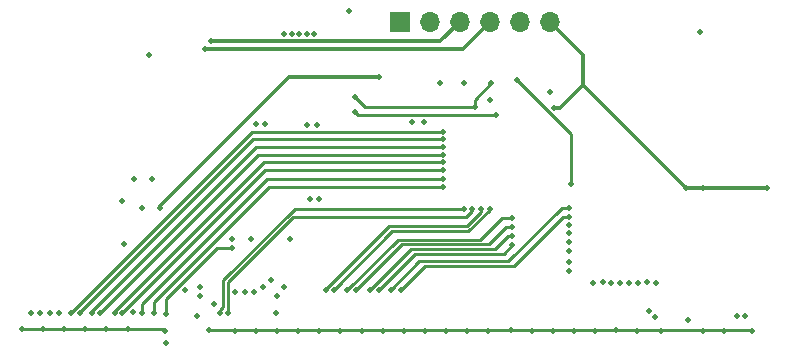
<source format=gbr>
%TF.GenerationSoftware,KiCad,Pcbnew,(6.0.1)*%
%TF.CreationDate,2022-10-22T09:43:17+02:00*%
%TF.ProjectId,so-dimm-esp32-cm,736f2d64-696d-46d2-9d65-737033322d63,rev?*%
%TF.SameCoordinates,Original*%
%TF.FileFunction,Copper,L2,Inr*%
%TF.FilePolarity,Positive*%
%FSLAX46Y46*%
G04 Gerber Fmt 4.6, Leading zero omitted, Abs format (unit mm)*
G04 Created by KiCad (PCBNEW (6.0.1)) date 2022-10-22 09:43:17*
%MOMM*%
%LPD*%
G01*
G04 APERTURE LIST*
%TA.AperFunction,ComponentPad*%
%ADD10R,1.700000X1.700000*%
%TD*%
%TA.AperFunction,ComponentPad*%
%ADD11O,1.700000X1.700000*%
%TD*%
%TA.AperFunction,ViaPad*%
%ADD12C,0.500000*%
%TD*%
%TA.AperFunction,Conductor*%
%ADD13C,0.300000*%
%TD*%
%TA.AperFunction,Conductor*%
%ADD14C,0.250000*%
%TD*%
G04 APERTURE END LIST*
D10*
%TO.N,/ESP32-CM/ESP_EN{slash}CM_RUN*%
%TO.C,J2*%
X149606000Y-78994000D03*
D11*
%TO.N,/ESP32-CM/IO0*%
X152146000Y-78994000D03*
%TO.N,/ESP32-CM/RXD0*%
X154686000Y-78994000D03*
%TO.N,/ESP32-CM/TXD0*%
X157226000Y-78994000D03*
%TO.N,GND*%
X159766000Y-78994000D03*
%TO.N,+3V3*%
X162306000Y-78994000D03*
%TD*%
D12*
%TO.N,+3V3*%
X127762000Y-94742000D03*
X178816000Y-103886000D03*
X178181000Y-103886000D03*
X128397000Y-81788000D03*
X129794000Y-106172000D03*
X175260000Y-93091000D03*
X180721000Y-93091000D03*
X162647829Y-86341073D03*
X173863000Y-93091000D03*
X132461000Y-103886000D03*
%TO.N,GND*%
X142748000Y-105156000D03*
X169672000Y-105156000D03*
X140462000Y-80010000D03*
X126096092Y-94193160D03*
X122936000Y-105029000D03*
X179451000Y-105156000D03*
X144526000Y-105156000D03*
X177038000Y-105156000D03*
X121158000Y-105029000D03*
X129767679Y-105169968D03*
X135636000Y-105156000D03*
X153543000Y-105156000D03*
X140970000Y-105156000D03*
X146431000Y-105156000D03*
X139192000Y-105156000D03*
X164338000Y-105156000D03*
X139827000Y-80010000D03*
X126619000Y-105029000D03*
X157099000Y-105156000D03*
X133481181Y-105135763D03*
X148209000Y-105156000D03*
X137414000Y-105156000D03*
X160782000Y-105156000D03*
X155321000Y-105156000D03*
X149987000Y-105156000D03*
X141732000Y-80010000D03*
X162560000Y-105156000D03*
X119380000Y-105029000D03*
X171704000Y-105156000D03*
X166116000Y-105156000D03*
X175260000Y-105156000D03*
X117602000Y-105029000D03*
X141097000Y-80010000D03*
X167907617Y-105127499D03*
X151765000Y-105156000D03*
X124714000Y-105029000D03*
X142367000Y-80010000D03*
X126238000Y-97790000D03*
X159004000Y-105127499D03*
%TO.N,/~{E1_INT}*%
X157353000Y-84201000D03*
X145796000Y-85344000D03*
X155956000Y-86233000D03*
%TO.N,/SCL*%
X120777000Y-103632000D03*
X142621000Y-87757000D03*
%TO.N,/SDA*%
X141732000Y-87757000D03*
X120015000Y-103632000D03*
X157209500Y-85625925D03*
X162369000Y-84963000D03*
%TO.N,/~{E2_INT}*%
X159512000Y-83947000D03*
X157734000Y-86868000D03*
X145796000Y-86614000D03*
X164084000Y-92710000D03*
%TO.N,E2_IO0_0*%
X148844000Y-101726433D03*
X163957000Y-94742000D03*
%TO.N,E2_IO0_1*%
X163957000Y-95504000D03*
X149733000Y-101726433D03*
%TO.N,E2_IO0_2*%
X133858000Y-102870000D03*
X163957161Y-96251538D03*
%TO.N,E2_IO0_3*%
X163949923Y-96901000D03*
X135636000Y-101854000D03*
%TO.N,E2_IO0_4*%
X163957000Y-97663000D03*
X136525000Y-101854000D03*
%TO.N,E2_IO0_5*%
X163957000Y-98425000D03*
X137287000Y-101854000D03*
%TO.N,E2_IO0_6*%
X139203602Y-102243702D03*
X163957000Y-99314000D03*
%TO.N,E2_IO0_7*%
X139159856Y-103632000D03*
X163957000Y-100076000D03*
%TO.N,E2_IO1_0*%
X171323000Y-101092000D03*
%TO.N,E2_IO1_1*%
X170508188Y-101038056D03*
%TO.N,E2_IO1_2*%
X169799000Y-101092000D03*
%TO.N,E2_IO1_3*%
X169037000Y-101092000D03*
%TO.N,E2_IO1_4*%
X168275000Y-101092000D03*
%TO.N,E2_IO1_5*%
X167511269Y-101092000D03*
%TO.N,E2_IO1_6*%
X166782447Y-101079066D03*
%TO.N,E2_IO1_7*%
X165989000Y-101090812D03*
%TO.N,E1_IO0_0*%
X121778497Y-103632000D03*
X153289036Y-88319488D03*
%TO.N,/ESP32-CM/SDA0*%
X155067000Y-84201000D03*
X118364000Y-103632000D03*
X137414000Y-87630000D03*
X151638000Y-87503000D03*
%TO.N,E1_IO0_1*%
X122555000Y-103632000D03*
X153288615Y-88968990D03*
%TO.N,E1_IO0_2*%
X153288615Y-89618493D03*
X123556497Y-103632000D03*
%TO.N,E1_IO0_3*%
X153288606Y-90267995D03*
X124206000Y-103632000D03*
%TO.N,/ESP32-CM/ESP_EN{slash}CM_RUN*%
X175006000Y-79883000D03*
X173990000Y-104267000D03*
X129302500Y-94742000D03*
X147828000Y-83693000D03*
%TO.N,/ESP32-CM/RXD0*%
X133609198Y-80630518D03*
X132715000Y-101473000D03*
%TO.N,/ESP32-CM/TXD0*%
X132715000Y-102235000D03*
X133084698Y-81280000D03*
%TO.N,E1_IO0_4*%
X125461497Y-103632000D03*
X153289000Y-90917497D03*
%TO.N,E1_IO0_5*%
X153289000Y-91567000D03*
X126111000Y-103632000D03*
%TO.N,E1_IO0_6*%
X153288574Y-92314498D03*
X127793085Y-103632000D03*
%TO.N,E1_IO0_7*%
X153289000Y-92964000D03*
X128778000Y-103632000D03*
%TO.N,E1_IO1_0*%
X145161000Y-101726433D03*
X159131000Y-95631000D03*
%TO.N,E1_IO1_1*%
X159131000Y-96393000D03*
X145923000Y-101726433D03*
%TO.N,E1_IO1_2*%
X159131000Y-97155000D03*
X147066000Y-101726433D03*
%TO.N,E1_IO1_3*%
X147828000Y-101726433D03*
X159131000Y-97917000D03*
%TO.N,E1_IO1_4*%
X144018000Y-101727000D03*
X157211497Y-94869000D03*
%TO.N,E1_IO1_5*%
X143368498Y-101726615D03*
X156464000Y-94869000D03*
%TO.N,E1_IO1_6*%
X155702000Y-94869000D03*
X135031990Y-103631812D03*
%TO.N,E1_IO1_7*%
X155006179Y-94823065D03*
X134382500Y-103635840D03*
%TO.N,/ESP32-CM/SCL0*%
X138176000Y-87630000D03*
X150622000Y-87503000D03*
X119126000Y-103632000D03*
X153035000Y-84201000D03*
%TO.N,/ESP32-CM/IO0*%
X145288000Y-78105000D03*
%TO.N,/ESP32-CM/USB_D-*%
X171207166Y-104024166D03*
X141987000Y-93980000D03*
%TO.N,/ESP32-CM/USB_D+*%
X170676834Y-103493834D03*
X142737000Y-93980000D03*
%TO.N,/ESP32-CM/V1SPI_CS*%
X139843500Y-101473000D03*
X140335000Y-97409000D03*
%TO.N,/ESP32-CM/V0SPI_CLK*%
X128651000Y-92329000D03*
X131445000Y-101727000D03*
%TO.N,/ESP32-CM/V0SPI_MOSI*%
X129794000Y-103744497D03*
X135382000Y-98171000D03*
%TO.N,/ESP32-CM/V0SPI_MISO*%
X126979775Y-103611776D03*
X127127000Y-92329000D03*
%TO.N,/ESP32-CM/GPIO15{slash}RTS*%
X138025846Y-101473000D03*
X135382000Y-97409000D03*
%TO.N,/ESP32-CM/GPIO16{slash}CTS*%
X137033000Y-97409000D03*
X138684000Y-100838000D03*
%TD*%
D13*
%TO.N,+3V3*%
X173863000Y-93091000D02*
X165163500Y-84391500D01*
X180721000Y-93091000D02*
X175260000Y-93091000D01*
X175260000Y-93091000D02*
X173863000Y-93091000D01*
X165163500Y-84391500D02*
X163213927Y-86341073D01*
X163213927Y-86341073D02*
X162647829Y-86341073D01*
X165163500Y-84391500D02*
X165163500Y-81851500D01*
X165163500Y-81851500D02*
X162306000Y-78994000D01*
D14*
%TO.N,GND*%
X133481181Y-105135763D02*
X179430763Y-105135763D01*
X129626711Y-105029000D02*
X129767679Y-105169968D01*
X179430763Y-105135763D02*
X179451000Y-105156000D01*
X117602000Y-105029000D02*
X129626711Y-105029000D01*
%TO.N,/~{E1_INT}*%
X155956000Y-85598000D02*
X155956000Y-86233000D01*
X146685000Y-86233000D02*
X145796000Y-85344000D01*
X157353000Y-84201000D02*
X155956000Y-85598000D01*
X155956000Y-86233000D02*
X146685000Y-86233000D01*
%TO.N,/~{E2_INT}*%
X159512000Y-83947000D02*
X164084000Y-88519000D01*
X146050000Y-86868000D02*
X145796000Y-86614000D01*
X164084000Y-88519000D02*
X164084000Y-92710000D01*
X157734000Y-86868000D02*
X146050000Y-86868000D01*
%TO.N,E2_IO0_0*%
X148844567Y-101726433D02*
X148844000Y-101726433D01*
X158768511Y-99295489D02*
X151275511Y-99295489D01*
X163322000Y-94742000D02*
X158768511Y-99295489D01*
X151275511Y-99295489D02*
X148844567Y-101726433D01*
X163957000Y-94742000D02*
X163322000Y-94742000D01*
%TO.N,E2_IO0_1*%
X163449000Y-95504000D02*
X159258000Y-99695000D01*
X159258000Y-99695000D02*
X151764433Y-99695000D01*
X151764433Y-99695000D02*
X149733000Y-101726433D01*
X163957000Y-95504000D02*
X163449000Y-95504000D01*
%TO.N,E1_IO0_0*%
X153289036Y-88319488D02*
X137091009Y-88319488D01*
X137091009Y-88319488D02*
X121778497Y-103632000D01*
%TO.N,E1_IO0_1*%
X153288615Y-88968990D02*
X137148004Y-88968990D01*
X137148004Y-88968990D02*
X122555000Y-103561994D01*
X122555000Y-103561994D02*
X122555000Y-103632000D01*
%TO.N,E1_IO0_2*%
X123571000Y-103632000D02*
X123556497Y-103632000D01*
X153288615Y-89618493D02*
X137477749Y-89618493D01*
X123571000Y-103525242D02*
X123571000Y-103632000D01*
X137477749Y-89618493D02*
X123571000Y-103525242D01*
%TO.N,E1_IO0_3*%
X137570005Y-90267995D02*
X124206000Y-103632000D01*
X153288606Y-90267995D02*
X137570005Y-90267995D01*
D13*
%TO.N,/ESP32-CM/ESP_EN{slash}CM_RUN*%
X140208000Y-83693000D02*
X129302500Y-94598500D01*
X147828000Y-83693000D02*
X140208000Y-83693000D01*
X129302500Y-94598500D02*
X129302500Y-94742000D01*
%TO.N,/ESP32-CM/RXD0*%
X154686000Y-78994000D02*
X153049482Y-80630518D01*
X153049482Y-80630518D02*
X133609198Y-80630518D01*
%TO.N,/ESP32-CM/TXD0*%
X154940000Y-81280000D02*
X133084698Y-81280000D01*
X157226000Y-78994000D02*
X154940000Y-81280000D01*
D14*
%TO.N,E1_IO0_4*%
X125476000Y-103632000D02*
X125461497Y-103632000D01*
X153289000Y-90917497D02*
X138083745Y-90917497D01*
X138083745Y-90917497D02*
X125476000Y-103525242D01*
X125476000Y-103525242D02*
X125476000Y-103632000D01*
%TO.N,E1_IO0_5*%
X138176000Y-91567000D02*
X126111000Y-103632000D01*
X153289000Y-91567000D02*
X138176000Y-91567000D01*
%TO.N,E1_IO0_6*%
X153288574Y-92314498D02*
X138357988Y-92314498D01*
X127793085Y-102879401D02*
X127793085Y-103632000D01*
X138357988Y-92314498D02*
X127793085Y-102879401D01*
%TO.N,E1_IO0_7*%
X128778000Y-102743000D02*
X128778000Y-103632000D01*
X138557000Y-92964000D02*
X128778000Y-102743000D01*
X153289000Y-92964000D02*
X138557000Y-92964000D01*
%TO.N,E1_IO1_0*%
X145161005Y-101726433D02*
X145161000Y-101726433D01*
X149443992Y-97443446D02*
X145161005Y-101726433D01*
X159131000Y-95631000D02*
X158242000Y-95631000D01*
X158242000Y-95631000D02*
X156429554Y-97443446D01*
X156429554Y-97443446D02*
X149443992Y-97443446D01*
%TO.N,E1_IO1_1*%
X157173044Y-97842956D02*
X149807044Y-97842956D01*
X158623000Y-96393000D02*
X157173044Y-97842956D01*
X145923567Y-101726433D02*
X145923000Y-101726433D01*
X159131000Y-96393000D02*
X158623000Y-96393000D01*
X149807044Y-97842956D02*
X145923567Y-101726433D01*
%TO.N,E1_IO1_2*%
X150550533Y-98242467D02*
X147066567Y-101726433D01*
X159131000Y-97155000D02*
X158750000Y-97155000D01*
X157662533Y-98242467D02*
X150550533Y-98242467D01*
X147066567Y-101726433D02*
X147066000Y-101726433D01*
X158750000Y-97155000D02*
X157662533Y-98242467D01*
%TO.N,E1_IO1_3*%
X147828567Y-101726433D02*
X147828000Y-101726433D01*
X150913022Y-98641978D02*
X147828567Y-101726433D01*
X158406022Y-98641978D02*
X150913022Y-98641978D01*
X159131000Y-97917000D02*
X158406022Y-98641978D01*
%TO.N,E1_IO1_4*%
X157211497Y-94869000D02*
X157211497Y-94953510D01*
X157211497Y-94953510D02*
X155409518Y-96755489D01*
X148989511Y-96755489D02*
X144018000Y-101727000D01*
X155409518Y-96755489D02*
X148989511Y-96755489D01*
%TO.N,E1_IO1_5*%
X143368498Y-101634744D02*
X143368498Y-101726615D01*
X156464000Y-95123000D02*
X155321000Y-96266000D01*
X155321000Y-96266000D02*
X148737242Y-96266000D01*
X148737242Y-96266000D02*
X143368498Y-101634744D01*
X156464000Y-94869000D02*
X156464000Y-95123000D01*
%TO.N,E1_IO1_6*%
X135031990Y-101061010D02*
X135031990Y-103631812D01*
X155702000Y-94996000D02*
X155194000Y-95504000D01*
X155194000Y-95504000D02*
X140589000Y-95504000D01*
X155702000Y-94869000D02*
X155702000Y-94996000D01*
X140589000Y-95504000D02*
X135031990Y-101061010D01*
%TO.N,E1_IO1_7*%
X134632479Y-100895528D02*
X134632480Y-103181526D01*
X134632480Y-103181526D02*
X134382500Y-103431506D01*
X155006179Y-94823065D02*
X140704942Y-94823065D01*
X134382500Y-103431506D02*
X134382500Y-103635840D01*
X140704942Y-94823065D02*
X134632479Y-100895528D01*
%TO.N,/ESP32-CM/V0SPI_MOSI*%
X134112000Y-98171000D02*
X129794000Y-102489000D01*
X135382000Y-98171000D02*
X134112000Y-98171000D01*
X129794000Y-102489000D02*
X129794000Y-103744497D01*
%TD*%
M02*

</source>
